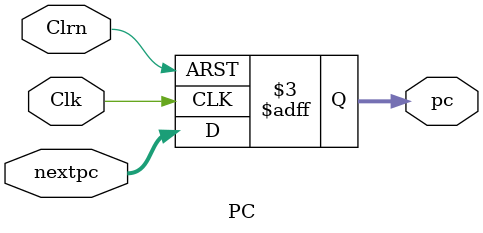
<source format=v>
`timescale 1ns / 1ps

module PC (Clk, Clrn, nextpc, pc);

    input Clk, Clrn;
    input  [31:0] nextpc;
    output reg [31:0] pc;

    always @ (posedge Clk or negedge Clrn) begin
        if (Clrn == 0)
            pc <= 0;
        else
            pc <= nextpc;
    end

endmodule

</source>
